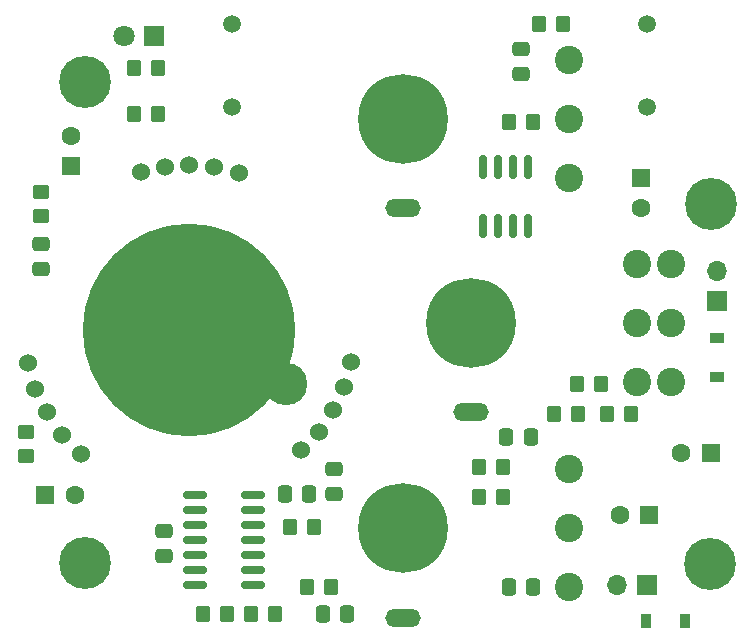
<source format=gts>
G04 #@! TF.GenerationSoftware,KiCad,Pcbnew,(6.0.5)*
G04 #@! TF.CreationDate,2022-05-30T10:59:04+08:00*
G04 #@! TF.ProjectId,miniaf1,6d696e69-6166-4312-9e6b-696361645f70,rev?*
G04 #@! TF.SameCoordinates,Original*
G04 #@! TF.FileFunction,Soldermask,Top*
G04 #@! TF.FilePolarity,Negative*
%FSLAX46Y46*%
G04 Gerber Fmt 4.6, Leading zero omitted, Abs format (unit mm)*
G04 Created by KiCad (PCBNEW (6.0.5)) date 2022-05-30 10:59:04*
%MOMM*%
%LPD*%
G01*
G04 APERTURE LIST*
G04 Aperture macros list*
%AMRoundRect*
0 Rectangle with rounded corners*
0 $1 Rounding radius*
0 $2 $3 $4 $5 $6 $7 $8 $9 X,Y pos of 4 corners*
0 Add a 4 corners polygon primitive as box body*
4,1,4,$2,$3,$4,$5,$6,$7,$8,$9,$2,$3,0*
0 Add four circle primitives for the rounded corners*
1,1,$1+$1,$2,$3*
1,1,$1+$1,$4,$5*
1,1,$1+$1,$6,$7*
1,1,$1+$1,$8,$9*
0 Add four rect primitives between the rounded corners*
20,1,$1+$1,$2,$3,$4,$5,0*
20,1,$1+$1,$4,$5,$6,$7,0*
20,1,$1+$1,$6,$7,$8,$9,0*
20,1,$1+$1,$8,$9,$2,$3,0*%
G04 Aperture macros list end*
%ADD10RoundRect,0.250000X-0.350000X-0.450000X0.350000X-0.450000X0.350000X0.450000X-0.350000X0.450000X0*%
%ADD11RoundRect,0.250000X-0.450000X0.350000X-0.450000X-0.350000X0.450000X-0.350000X0.450000X0.350000X0*%
%ADD12RoundRect,0.250000X0.350000X0.450000X-0.350000X0.450000X-0.350000X-0.450000X0.350000X-0.450000X0*%
%ADD13C,4.400000*%
%ADD14RoundRect,0.250000X-0.337500X-0.475000X0.337500X-0.475000X0.337500X0.475000X-0.337500X0.475000X0*%
%ADD15RoundRect,0.250000X-0.475000X0.337500X-0.475000X-0.337500X0.475000X-0.337500X0.475000X0.337500X0*%
%ADD16R,1.200000X0.900000*%
%ADD17O,3.000000X1.500000*%
%ADD18C,7.600000*%
%ADD19C,2.400000*%
%ADD20R,1.800000X1.800000*%
%ADD21C,1.800000*%
%ADD22RoundRect,0.150000X0.150000X-0.825000X0.150000X0.825000X-0.150000X0.825000X-0.150000X-0.825000X0*%
%ADD23RoundRect,0.150000X-0.825000X-0.150000X0.825000X-0.150000X0.825000X0.150000X-0.825000X0.150000X0*%
%ADD24R,0.900000X1.200000*%
%ADD25C,3.600000*%
%ADD26C,18.000000*%
%ADD27C,1.524000*%
%ADD28RoundRect,0.250000X0.337500X0.475000X-0.337500X0.475000X-0.337500X-0.475000X0.337500X-0.475000X0*%
%ADD29RoundRect,0.250000X0.475000X-0.337500X0.475000X0.337500X-0.475000X0.337500X-0.475000X-0.337500X0*%
%ADD30R,1.700000X1.700000*%
%ADD31O,1.700000X1.700000*%
%ADD32C,1.500000*%
%ADD33R,1.600000X1.600000*%
%ADD34C,1.600000*%
G04 APERTURE END LIST*
D10*
X122190000Y-66040000D03*
X124190000Y-66040000D03*
D11*
X81280000Y-92345000D03*
X81280000Y-94345000D03*
D12*
X102346000Y-107696000D03*
X100346000Y-107696000D03*
D13*
X86230000Y-62730000D03*
D12*
X107045000Y-105410000D03*
X105045000Y-105410000D03*
X129905000Y-88265000D03*
X127905000Y-88265000D03*
D10*
X90440000Y-65405000D03*
X92440000Y-65405000D03*
D13*
X139230000Y-72980000D03*
D14*
X121920000Y-92710000D03*
X123995000Y-92710000D03*
D15*
X92950000Y-100722500D03*
X92950000Y-102797500D03*
D16*
X139750000Y-87680000D03*
X139750000Y-84380000D03*
D12*
X105648000Y-100330000D03*
X103648000Y-100330000D03*
D17*
X113157700Y-108057000D03*
D18*
X113157700Y-100457000D03*
D19*
X127207700Y-105457000D03*
X127207700Y-100457000D03*
X127207700Y-95457000D03*
D20*
X92075000Y-58801000D03*
D21*
X89535000Y-58801000D03*
D22*
X119975000Y-74865000D03*
X121245000Y-74865000D03*
X122515000Y-74865000D03*
X123785000Y-74865000D03*
X123785000Y-69915000D03*
X122515000Y-69915000D03*
X121245000Y-69915000D03*
X119975000Y-69915000D03*
D15*
X82550000Y-76432500D03*
X82550000Y-78507500D03*
D12*
X126730000Y-57785000D03*
X124730000Y-57785000D03*
D23*
X95530000Y-97620000D03*
X95530000Y-98890000D03*
X95530000Y-100160000D03*
X95530000Y-101430000D03*
X95530000Y-102700000D03*
X95530000Y-103970000D03*
X95530000Y-105240000D03*
X100480000Y-105240000D03*
X100480000Y-103970000D03*
X100480000Y-102700000D03*
X100480000Y-101430000D03*
X100480000Y-100160000D03*
X100480000Y-98890000D03*
X100480000Y-97620000D03*
D24*
X137060000Y-108290000D03*
X133760000Y-108290000D03*
D25*
X103296922Y-88274806D03*
D26*
X95090000Y-83660000D03*
D27*
X90974679Y-70332055D03*
X93006730Y-69851670D03*
X97174421Y-69870323D03*
X99310062Y-70369361D03*
X108783267Y-86377434D03*
X108147626Y-88476472D03*
X106093332Y-92318330D03*
X104574679Y-93887945D03*
X85908465Y-94157114D03*
X84288849Y-92551858D03*
X82038849Y-88654744D03*
X81458465Y-86449488D03*
X95052886Y-69725717D03*
X107276091Y-90496929D03*
X83059247Y-90622124D03*
D10*
X126000000Y-90805000D03*
X128000000Y-90805000D03*
D28*
X105240000Y-97600000D03*
X103165000Y-97600000D03*
D29*
X107315000Y-97557500D03*
X107315000Y-95482500D03*
X123190000Y-61997500D03*
X123190000Y-59922500D03*
D11*
X82550000Y-72025000D03*
X82550000Y-74025000D03*
D12*
X98282000Y-107696000D03*
X96282000Y-107696000D03*
D28*
X124227500Y-105410000D03*
X122152500Y-105410000D03*
D10*
X119650000Y-97790000D03*
X121650000Y-97790000D03*
X90440000Y-61468000D03*
X92440000Y-61468000D03*
D18*
X118970700Y-83058000D03*
D17*
X118970700Y-90658000D03*
D19*
X133020700Y-88058000D03*
X133020700Y-83058000D03*
X133020700Y-78058000D03*
X135870700Y-88058000D03*
X135870700Y-83058000D03*
X135870700Y-78058000D03*
D12*
X121650000Y-95250000D03*
X119650000Y-95250000D03*
D13*
X86230000Y-103380000D03*
X139160000Y-103510000D03*
D28*
X106404500Y-107696000D03*
X108479500Y-107696000D03*
D17*
X113156700Y-73386000D03*
D18*
X113156700Y-65786000D03*
D19*
X127206700Y-70786000D03*
X127206700Y-65786000D03*
X127206700Y-60786000D03*
D12*
X132445000Y-90805000D03*
X130445000Y-90805000D03*
D30*
X133830000Y-105250000D03*
D31*
X131290000Y-105250000D03*
D32*
X98729000Y-64766500D03*
X98729000Y-57766500D03*
D33*
X134040000Y-99360000D03*
D34*
X131540000Y-99360000D03*
D32*
X133858000Y-57766500D03*
X133858000Y-64766500D03*
D33*
X139240000Y-94110000D03*
D34*
X136740000Y-94110000D03*
D33*
X133310000Y-70857600D03*
D34*
X133310000Y-73357600D03*
D30*
X139750000Y-81255000D03*
D31*
X139750000Y-78715000D03*
D33*
X82868900Y-97663000D03*
D34*
X85368900Y-97663000D03*
D33*
X85090000Y-69785100D03*
D34*
X85090000Y-67285100D03*
M02*

</source>
